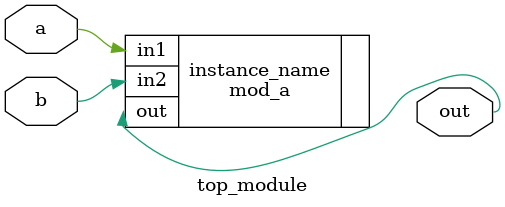
<source format=v>

module top_module ( input a, input b, output out );
    mod_a instance_name (.out(out), .in1(a), .in2(b));
endmodule
</source>
